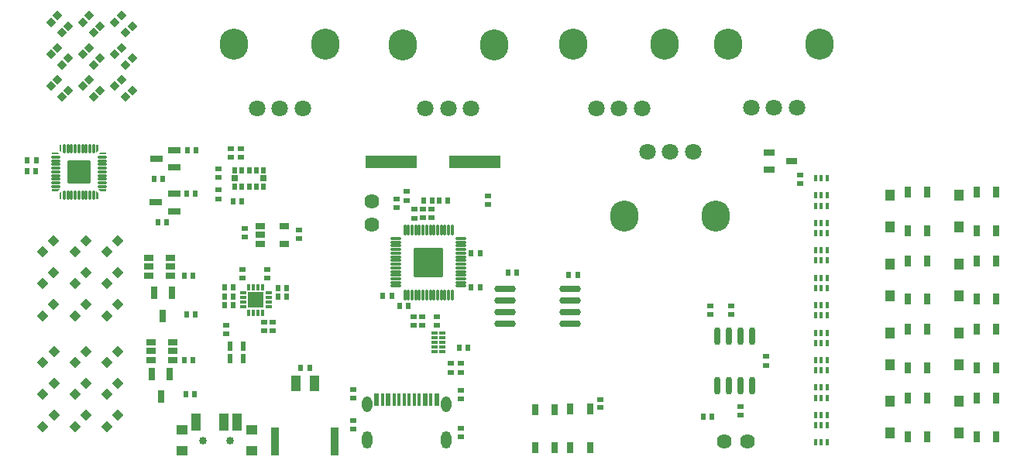
<source format=gbr>
%TF.GenerationSoftware,KiCad,Pcbnew,7.0.2-6a45011f42~172~ubuntu22.04.1*%
%TF.CreationDate,2023-05-01T16:59:55-07:00*%
%TF.ProjectId,hackathon-2022,6861636b-6174-4686-9f6e-2d323032322e,rev?*%
%TF.SameCoordinates,Original*%
%TF.FileFunction,Soldermask,Top*%
%TF.FilePolarity,Negative*%
%FSLAX46Y46*%
G04 Gerber Fmt 4.6, Leading zero omitted, Abs format (unit mm)*
G04 Created by KiCad (PCBNEW 7.0.2-6a45011f42~172~ubuntu22.04.1) date 2023-05-01 16:59:55*
%MOMM*%
%LPD*%
G01*
G04 APERTURE LIST*
G04 Aperture macros list*
%AMRoundRect*
0 Rectangle with rounded corners*
0 $1 Rounding radius*
0 $2 $3 $4 $5 $6 $7 $8 $9 X,Y pos of 4 corners*
0 Add a 4 corners polygon primitive as box body*
4,1,4,$2,$3,$4,$5,$6,$7,$8,$9,$2,$3,0*
0 Add four circle primitives for the rounded corners*
1,1,$1+$1,$2,$3*
1,1,$1+$1,$4,$5*
1,1,$1+$1,$6,$7*
1,1,$1+$1,$8,$9*
0 Add four rect primitives between the rounded corners*
20,1,$1+$1,$2,$3,$4,$5,0*
20,1,$1+$1,$4,$5,$6,$7,0*
20,1,$1+$1,$6,$7,$8,$9,0*
20,1,$1+$1,$8,$9,$2,$3,0*%
%AMRotRect*
0 Rectangle, with rotation*
0 The origin of the aperture is its center*
0 $1 length*
0 $2 width*
0 $3 Rotation angle, in degrees counterclockwise*
0 Add horizontal line*
21,1,$1,$2,0,0,$3*%
G04 Aperture macros list end*
%ADD10R,0.700000X0.480278*%
%ADD11R,1.102000X0.802000*%
%ADD12R,0.602000X0.752000*%
%ADD13R,0.652000X0.652000*%
%ADD14RotRect,0.902000X0.902000X315.000000*%
%ADD15R,0.802000X1.152000*%
%ADD16R,0.480278X0.700000*%
%ADD17R,1.172000X0.702000*%
%ADD18RotRect,0.760000X0.800000X135.000000*%
%ADD19R,1.102000X1.202000*%
%ADD20R,0.555278X0.700000*%
%ADD21R,0.422000X0.802000*%
%ADD22R,0.700000X0.517778*%
%ADD23R,5.602000X1.402000*%
%ADD24O,3.102000X3.402000*%
%ADD25C,1.802000*%
%ADD26R,0.767000X0.382000*%
%ADD27R,1.782000X1.782000*%
%ADD28R,0.382000X0.767000*%
%ADD29R,0.517778X0.700000*%
%ADD30R,1.352000X0.802000*%
%ADD31O,2.352000X0.732000*%
%ADD32C,1.620000*%
%ADD33RoundRect,0.051000X-0.100000X-0.450000X0.100000X-0.450000X0.100000X0.450000X-0.100000X0.450000X0*%
%ADD34RoundRect,0.051000X-0.450000X-0.100000X0.450000X-0.100000X0.450000X0.100000X-0.450000X0.100000X0*%
%ADD35RoundRect,0.051000X-1.225006X-1.225006X1.225006X-1.225006X1.225006X1.225006X-1.225006X1.225006X0*%
%ADD36R,0.802000X1.352000*%
%ADD37R,0.612132X1.050000*%
%ADD38R,0.700000X0.467778*%
%ADD39RoundRect,0.051000X0.550000X0.100000X-0.550000X0.100000X-0.550000X-0.100000X0.550000X-0.100000X0*%
%ADD40RoundRect,0.051000X-0.100000X0.550000X-0.100000X-0.550000X0.100000X-0.550000X0.100000X0.550000X0*%
%ADD41RoundRect,0.051000X-0.550000X-0.100000X0.550000X-0.100000X0.550000X0.100000X-0.550000X0.100000X0*%
%ADD42RoundRect,0.051000X0.100000X-0.550000X0.100000X0.550000X-0.100000X0.550000X-0.100000X-0.550000X0*%
%ADD43RoundRect,0.051000X1.550000X1.550000X-1.550000X1.550000X-1.550000X-1.550000X1.550000X-1.550000X0*%
%ADD44R,0.700000X0.555278*%
%ADD45O,1.102000X1.702000*%
%ADD46O,1.102000X1.902000*%
%ADD47R,0.450000X1.400000*%
%ADD48R,0.600000X1.400000*%
%ADD49O,0.732000X1.967000*%
%ADD50R,0.557778X0.700000*%
%ADD51R,0.467778X0.700000*%
%ADD52R,0.700000X0.472778*%
%ADD53R,0.782000X0.352000*%
%ADD54R,1.002000X1.802000*%
%ADD55R,0.902000X3.102000*%
%ADD56R,0.472778X0.700000*%
%ADD57R,0.700000X0.557778*%
%ADD58R,1.202000X1.032000*%
%ADD59R,1.002000X1.902000*%
%ADD60C,0.850000*%
%ADD61R,1.102000X0.702000*%
G04 APERTURE END LIST*
%TO.C,U6*%
G36*
X90315469Y-105758138D02*
G01*
X90115469Y-105758138D01*
X90115469Y-105108176D01*
X90315469Y-104908201D01*
X90315469Y-105758138D01*
G37*
G36*
X94315419Y-105108151D02*
G01*
X94315419Y-105758112D01*
X94115419Y-105758112D01*
X94115419Y-104908176D01*
X94315419Y-105108151D01*
G37*
G36*
X95201449Y-104872260D02*
G01*
X94551487Y-104872260D01*
X94351512Y-104672260D01*
X95201449Y-104672260D01*
X95201449Y-104872260D01*
G37*
G36*
X95201296Y-100872285D02*
G01*
X94351360Y-100872285D01*
X94551335Y-100672285D01*
X95201296Y-100672285D01*
X95201296Y-100872285D01*
G37*
G36*
X94315444Y-100436217D02*
G01*
X94115444Y-100636192D01*
X94115444Y-99786255D01*
X94315444Y-99786255D01*
X94315444Y-100436217D01*
G37*
G36*
X90315469Y-100636344D02*
G01*
X90115469Y-100436369D01*
X90115469Y-99786408D01*
X90315469Y-99786408D01*
X90315469Y-100636344D01*
G37*
G36*
X90079376Y-100872260D02*
G01*
X89229439Y-100872260D01*
X89229439Y-100672260D01*
X89879401Y-100672260D01*
X90079376Y-100872260D01*
G37*
G36*
X89879401Y-104872209D02*
G01*
X89229439Y-104872209D01*
X89229439Y-104672209D01*
X90079376Y-104672209D01*
X89879401Y-104872209D01*
G37*
%TD*%
D10*
%TO.C,R4*%
X108339169Y-120485222D03*
X108339169Y-119565500D03*
%TD*%
D11*
%TO.C,Q5*%
X99822695Y-112196955D03*
X102222695Y-112196955D03*
X99822695Y-113146955D03*
X99822695Y-114096955D03*
X102222695Y-113146955D03*
X102222695Y-114096955D03*
%TD*%
D12*
%TO.C,U8*%
X112412863Y-104371425D03*
X111612863Y-102620425D03*
X112412863Y-102620425D03*
X111612863Y-104371425D03*
D13*
X112412863Y-103495425D03*
D12*
X109212863Y-102620425D03*
X109212863Y-104371425D03*
D13*
X109212863Y-103495425D03*
D12*
X110812863Y-102620425D03*
X110812863Y-104371425D03*
X110012863Y-104371425D03*
X110012863Y-102620425D03*
%TD*%
D14*
%TO.C,LED17*%
X96481898Y-122405452D03*
X95278402Y-123608948D03*
%TD*%
%TO.C,LED28*%
X89464836Y-110308424D03*
X88261340Y-111511920D03*
%TD*%
D15*
%TO.C,SW4*%
X192470250Y-131707966D03*
X190321250Y-131707966D03*
X192470250Y-127507966D03*
X190321250Y-127507966D03*
%TD*%
D16*
%TO.C,R8*%
X108174512Y-116392923D03*
X109094234Y-116392923D03*
%TD*%
D17*
%TO.C,Q1*%
X167657952Y-100645161D03*
X167657952Y-102544161D03*
X170127952Y-101594161D03*
%TD*%
D14*
%TO.C,LED12*%
X92981898Y-129405452D03*
X91778402Y-130608948D03*
%TD*%
%TO.C,LED23*%
X96464836Y-113808424D03*
X95261340Y-115011920D03*
%TD*%
D18*
%TO.C,LED36*%
X97329543Y-91086392D03*
X96155746Y-89912595D03*
X96862853Y-89205488D03*
X98036650Y-90379286D03*
%TD*%
D19*
%TO.C,D11*%
X180908250Y-108841466D03*
X180908250Y-105371466D03*
%TD*%
D20*
%TO.C,C7*%
X146740934Y-114051061D03*
X145746212Y-114051061D03*
%TD*%
D21*
%TO.C,LED5*%
X173987828Y-115479456D03*
X173357828Y-117359456D03*
X172727828Y-115479456D03*
X173987828Y-117359456D03*
X172727828Y-117359456D03*
X173357828Y-115479456D03*
%TD*%
D16*
%TO.C,R35*%
X104930990Y-105186422D03*
X104011268Y-105186422D03*
%TD*%
%TO.C,R23*%
X103776342Y-123330120D03*
X104696064Y-123330120D03*
%TD*%
D22*
%TO.C,C27*%
X107500780Y-105711960D03*
X107500780Y-104754738D03*
%TD*%
%TO.C,C1*%
X133931997Y-130805095D03*
X133931997Y-131762317D03*
%TD*%
D16*
%TO.C,R5*%
X108176177Y-117336240D03*
X109095899Y-117336240D03*
%TD*%
D18*
%TO.C,LED31*%
X90329543Y-87586392D03*
X89155746Y-86412595D03*
X89862853Y-85705488D03*
X91036650Y-86879286D03*
%TD*%
D22*
%TO.C,C5*%
X110302048Y-108956506D03*
X110302048Y-109913728D03*
%TD*%
D23*
%TO.C,X1*%
X126350573Y-101731061D03*
X135456573Y-101731061D03*
%TD*%
D15*
%TO.C,SW7*%
X192470250Y-109207966D03*
X190321250Y-109207966D03*
X192470250Y-105007966D03*
X190321250Y-105007966D03*
%TD*%
D24*
%TO.C,R29*%
X173200513Y-88799691D03*
X163200513Y-88799691D03*
D25*
X165700513Y-95799691D03*
X168200513Y-95799691D03*
X170700513Y-95799691D03*
%TD*%
D16*
%TO.C,R9*%
X108179377Y-115443396D03*
X109099099Y-115443396D03*
%TD*%
%TO.C,R24*%
X104001933Y-118326256D03*
X104921655Y-118326256D03*
%TD*%
D19*
%TO.C,D6*%
X188408250Y-112871466D03*
X188408250Y-116341466D03*
%TD*%
D26*
%TO.C,U1*%
X110143876Y-116019684D03*
X110143876Y-117019684D03*
X110143876Y-117520684D03*
D27*
X111550876Y-116769684D03*
D28*
X111800876Y-118177684D03*
X111300876Y-118177684D03*
X110800876Y-118177684D03*
X112300876Y-118177684D03*
D26*
X110143876Y-116520684D03*
X112957876Y-117019684D03*
X112957876Y-116019684D03*
X112957876Y-117520684D03*
D28*
X111300876Y-115362684D03*
X111800876Y-115362684D03*
X110800876Y-115362684D03*
X112300876Y-115362684D03*
D26*
X112957876Y-116520684D03*
%TD*%
D21*
%TO.C,LED1*%
X173987828Y-103479456D03*
X173357828Y-105359456D03*
X172727828Y-103479456D03*
X173987828Y-105359456D03*
X172727828Y-105359456D03*
X173357828Y-103479456D03*
%TD*%
D14*
%TO.C,LED19*%
X89481898Y-122405452D03*
X88278402Y-123608948D03*
%TD*%
D29*
%TO.C,C18*%
X125428562Y-116367861D03*
X126385784Y-116367861D03*
%TD*%
D21*
%TO.C,LED8*%
X173987828Y-124479456D03*
X173357828Y-126359456D03*
X172727828Y-124479456D03*
X173987828Y-126359456D03*
X172727828Y-126359456D03*
X173357828Y-124479456D03*
%TD*%
D30*
%TO.C,Q7*%
X100653568Y-101348533D03*
X102653568Y-100398533D03*
X102653568Y-102297533D03*
%TD*%
D14*
%TO.C,LED14*%
X96481898Y-125905452D03*
X95278402Y-127108948D03*
%TD*%
%TO.C,LED25*%
X89464836Y-113808424D03*
X88261340Y-115011920D03*
%TD*%
D18*
%TO.C,LED37*%
X97329543Y-87586392D03*
X96155746Y-86412595D03*
X96862853Y-85705488D03*
X98036650Y-86879286D03*
%TD*%
D16*
%TO.C,R14*%
X140023434Y-113801061D03*
X139103712Y-113801061D03*
%TD*%
D22*
%TO.C,C10*%
X136944043Y-106375535D03*
X136944043Y-105418313D03*
%TD*%
%TO.C,C14*%
X126975412Y-106675279D03*
X126975412Y-105718057D03*
%TD*%
D16*
%TO.C,R36*%
X101780969Y-108290658D03*
X100861247Y-108290658D03*
%TD*%
D14*
%TO.C,LED20*%
X96464836Y-117308424D03*
X95261340Y-118511920D03*
%TD*%
D15*
%TO.C,SW10*%
X184970250Y-116707966D03*
X182821250Y-116707966D03*
X184970250Y-112507966D03*
X182821250Y-112507966D03*
%TD*%
D31*
%TO.C,U4*%
X138803073Y-115576061D03*
X145864073Y-115576061D03*
X145864073Y-119386061D03*
X138803073Y-119386061D03*
X138803073Y-116846061D03*
X138803073Y-118116061D03*
X145864073Y-118116061D03*
X145864073Y-116846061D03*
%TD*%
D16*
%TO.C,R25*%
X103726922Y-114125173D03*
X104646644Y-114125173D03*
%TD*%
D18*
%TO.C,LED32*%
X93829543Y-94586392D03*
X92655746Y-93412595D03*
X93362853Y-92705488D03*
X94536650Y-93879286D03*
%TD*%
D19*
%TO.C,D9*%
X180908250Y-120371466D03*
X180908250Y-123841466D03*
%TD*%
D22*
%TO.C,C6*%
X116277722Y-109127744D03*
X116277722Y-110084966D03*
%TD*%
D32*
%TO.C,J2*%
X124231509Y-106043566D03*
X124231509Y-108583566D03*
%TD*%
D33*
%TO.C,U6*%
X90615495Y-105308201D03*
X91015546Y-105308201D03*
X91415342Y-105308201D03*
X91815393Y-105308201D03*
X92215444Y-105308201D03*
X92615495Y-105308201D03*
X93015546Y-105308201D03*
X93415342Y-105308201D03*
X93815393Y-105308201D03*
D34*
X94751385Y-104372209D03*
X94751385Y-103972158D03*
X94751385Y-103572108D03*
X94751385Y-103172057D03*
X94751385Y-102772260D03*
X94751385Y-102372209D03*
X94751385Y-101972158D03*
X94751385Y-101572108D03*
X94751385Y-101172057D03*
D33*
X93815393Y-100236065D03*
X93415342Y-100236065D03*
X93015546Y-100236065D03*
X92615495Y-100236065D03*
X92215444Y-100236065D03*
X91815393Y-100236065D03*
X91415342Y-100236065D03*
X91015546Y-100236065D03*
X90615495Y-100236065D03*
D34*
X89679503Y-101172057D03*
X89679503Y-101572108D03*
X89679503Y-101972158D03*
X89679503Y-102372209D03*
X89679503Y-102772260D03*
X89679503Y-103172057D03*
X89679503Y-103572108D03*
X89679503Y-103972158D03*
X89679503Y-104372209D03*
D35*
X92215444Y-102772260D03*
%TD*%
D36*
%TO.C,Q2*%
X101155244Y-127352241D03*
X102105244Y-124853241D03*
X100205244Y-124853241D03*
%TD*%
D24*
%TO.C,R27*%
X151843123Y-107595783D03*
X161843123Y-107595783D03*
D25*
X159343123Y-100595783D03*
X156843123Y-100595783D03*
X154343123Y-100595783D03*
%TD*%
D29*
%TO.C,C16*%
X136042184Y-111661061D03*
X135084962Y-111661061D03*
%TD*%
D21*
%TO.C,LED4*%
X173987828Y-112479456D03*
X173357828Y-114359456D03*
X172727828Y-112479456D03*
X173987828Y-114359456D03*
X172727828Y-114359456D03*
X173357828Y-112479456D03*
%TD*%
D16*
%TO.C,R20*%
X105033319Y-100412562D03*
X104113597Y-100412562D03*
%TD*%
D22*
%TO.C,C23*%
X164503060Y-128430460D03*
X164503060Y-129387682D03*
%TD*%
D37*
%TO.C,D2*%
X108749329Y-121825874D03*
X110187197Y-121825874D03*
%TD*%
D15*
%TO.C,SW5*%
X192470250Y-124207966D03*
X190321250Y-124207966D03*
X192470250Y-120007966D03*
X190321250Y-120007966D03*
%TD*%
D10*
%TO.C,R1*%
X122226778Y-127518782D03*
X122226778Y-126599060D03*
%TD*%
D38*
%TO.C,R10*%
X113414309Y-120115196D03*
X113414309Y-119207974D03*
%TD*%
D39*
%TO.C,U3*%
X133973738Y-115271137D03*
X133973738Y-114871086D03*
X133973738Y-114471036D03*
X133973738Y-114070985D03*
X133973738Y-113671188D03*
X133973738Y-113271137D03*
X133973738Y-112871086D03*
X133973738Y-112471036D03*
X133973738Y-112070985D03*
X133973738Y-111671188D03*
X133973738Y-111271137D03*
X133973738Y-110871086D03*
X133973738Y-110471036D03*
X133973738Y-110070985D03*
D40*
X133023522Y-109121023D03*
X132623725Y-109121023D03*
X132223675Y-109121023D03*
X131823624Y-109121023D03*
X131423573Y-109121023D03*
X131023522Y-109121023D03*
X130623725Y-109121023D03*
X130223675Y-109121023D03*
X129823624Y-109121023D03*
X129423573Y-109121023D03*
X129023522Y-109121023D03*
X128623725Y-109121023D03*
X128223675Y-109121023D03*
X127823624Y-109121023D03*
D41*
X126873408Y-110070985D03*
X126873408Y-110471036D03*
X126873408Y-110871086D03*
X126873408Y-111271137D03*
X126873408Y-111671188D03*
X126873408Y-112070985D03*
X126873408Y-112471036D03*
X126873408Y-112871086D03*
X126873408Y-113271137D03*
X126873408Y-113671188D03*
X126873408Y-114070985D03*
X126873408Y-114471036D03*
X126873408Y-114871086D03*
X126873408Y-115271137D03*
D42*
X127823624Y-116221099D03*
X128223675Y-116221099D03*
X128623725Y-116221099D03*
X129023522Y-116221099D03*
X129423573Y-116221099D03*
X129823624Y-116221099D03*
X130223675Y-116221099D03*
X130623725Y-116221099D03*
X131023522Y-116221099D03*
X131423573Y-116221099D03*
X131823624Y-116221099D03*
X132223675Y-116221099D03*
X132623725Y-116221099D03*
X133023522Y-116221099D03*
D43*
X130423573Y-112671188D03*
%TD*%
D10*
%TO.C,R12*%
X128803573Y-118651100D03*
X128803573Y-119570822D03*
%TD*%
D14*
%TO.C,LED16*%
X89481898Y-125905452D03*
X88278402Y-127108948D03*
%TD*%
%TO.C,LED27*%
X92964836Y-110308424D03*
X91761340Y-111511920D03*
%TD*%
D19*
%TO.C,D4*%
X188408250Y-127871466D03*
X188408250Y-131341466D03*
%TD*%
D24*
%TO.C,R31*%
X156243714Y-88817671D03*
X146243714Y-88817671D03*
D25*
X148743714Y-95817671D03*
X151243714Y-95817671D03*
X153743714Y-95817671D03*
%TD*%
D22*
%TO.C,C11*%
X128016000Y-105888611D03*
X128016000Y-104931389D03*
%TD*%
D29*
%TO.C,C15*%
X135084962Y-115381061D03*
X136042184Y-115381061D03*
%TD*%
D14*
%TO.C,LED11*%
X96481898Y-129405452D03*
X95278402Y-130608948D03*
%TD*%
%TO.C,LED22*%
X89464836Y-117308424D03*
X88261340Y-118511920D03*
%TD*%
D22*
%TO.C,C19*%
X129833573Y-106852450D03*
X129833573Y-107809672D03*
%TD*%
D18*
%TO.C,LED33*%
X93829543Y-91086392D03*
X92655746Y-89912595D03*
X93362853Y-89205488D03*
X94536650Y-90379286D03*
%TD*%
D44*
%TO.C,C26*%
X167305101Y-122930681D03*
X167305101Y-123925403D03*
%TD*%
D15*
%TO.C,SW3*%
X142072926Y-128768421D03*
X144221926Y-128768421D03*
X142072926Y-132968421D03*
X144221926Y-132968421D03*
%TD*%
D21*
%TO.C,LED7*%
X173987828Y-121479456D03*
X173357828Y-123359456D03*
X172727828Y-121479456D03*
X173987828Y-123359456D03*
X172727828Y-123359456D03*
X173357828Y-121479456D03*
%TD*%
D15*
%TO.C,SW8*%
X184970250Y-131707966D03*
X182821250Y-131707966D03*
X184970250Y-127507966D03*
X182821250Y-127507966D03*
%TD*%
D45*
%TO.C,USB1*%
X132375552Y-128164680D03*
X123725552Y-128164680D03*
D46*
X132375552Y-132104680D03*
X123725552Y-132104680D03*
D47*
X129425552Y-127692680D03*
X126675552Y-127692680D03*
X128875552Y-127692680D03*
D48*
X124770552Y-127692680D03*
X131330552Y-127692680D03*
D47*
X130700552Y-127692680D03*
X127225552Y-127692680D03*
D48*
X130060552Y-127692680D03*
X126040552Y-127692680D03*
D47*
X127775552Y-127692680D03*
X128325552Y-127692680D03*
X125400552Y-127692680D03*
%TD*%
D38*
%TO.C,R17*%
X130743573Y-107774672D03*
X130743573Y-106867450D03*
%TD*%
D16*
%TO.C,R21*%
X101369276Y-103531156D03*
X100449554Y-103531156D03*
%TD*%
D36*
%TO.C,Q4*%
X100440662Y-116039267D03*
X102340662Y-116039267D03*
X101390662Y-118538267D03*
%TD*%
D19*
%TO.C,D7*%
X188408250Y-105371466D03*
X188408250Y-108841466D03*
%TD*%
D49*
%TO.C,U7*%
X164487590Y-120763977D03*
X163217590Y-120763977D03*
X163217590Y-126128977D03*
X164487590Y-126128977D03*
X161947590Y-126128977D03*
X161947590Y-120763977D03*
X165757590Y-126128977D03*
X165757590Y-120763977D03*
%TD*%
D22*
%TO.C,C24*%
X163513181Y-118384569D03*
X163513181Y-117427347D03*
%TD*%
D10*
%TO.C,R2*%
X133938221Y-127588135D03*
X133938221Y-126668413D03*
%TD*%
D50*
%TO.C,C3*%
X113954553Y-116423966D03*
X114951775Y-116423966D03*
%TD*%
D16*
%TO.C,R11*%
X114918417Y-115478618D03*
X113998695Y-115478618D03*
%TD*%
D10*
%TO.C,R13*%
X129703573Y-118651200D03*
X129703573Y-119570922D03*
%TD*%
D22*
%TO.C,C8*%
X132870166Y-124684611D03*
X132870166Y-123727389D03*
%TD*%
%TO.C,C21*%
X131318000Y-119589572D03*
X131318000Y-118632350D03*
%TD*%
D14*
%TO.C,LED18*%
X92981898Y-122405452D03*
X91778402Y-123608948D03*
%TD*%
D29*
%TO.C,C12*%
X129864962Y-105911061D03*
X130822184Y-105911061D03*
%TD*%
D21*
%TO.C,LED3*%
X173987828Y-109479456D03*
X173357828Y-111359456D03*
X172727828Y-109479456D03*
X173987828Y-111359456D03*
X172727828Y-111359456D03*
X173357828Y-109479456D03*
%TD*%
D14*
%TO.C,LED13*%
X89481898Y-129405452D03*
X88278402Y-130608948D03*
%TD*%
%TO.C,LED24*%
X92964836Y-113808424D03*
X91761340Y-115011920D03*
%TD*%
D15*
%TO.C,SW11*%
X184970250Y-109207966D03*
X182821250Y-109207966D03*
X184970250Y-105007966D03*
X182821250Y-105007966D03*
%TD*%
D10*
%TO.C,R6*%
X110054722Y-114372230D03*
X110054722Y-113452508D03*
%TD*%
D21*
%TO.C,LED10*%
X173987828Y-130479456D03*
X173357828Y-132359456D03*
X172727828Y-130479456D03*
X173987828Y-132359456D03*
X172727828Y-132359456D03*
X173357828Y-130479456D03*
%TD*%
D18*
%TO.C,LED34*%
X93829543Y-87586392D03*
X92655746Y-86412595D03*
X93362853Y-85705488D03*
X94536650Y-86879286D03*
%TD*%
D19*
%TO.C,D10*%
X180908250Y-112871466D03*
X180908250Y-116341466D03*
%TD*%
D15*
%TO.C,SW2*%
X145923651Y-128724227D03*
X148072651Y-128724227D03*
X145923651Y-132924227D03*
X148072651Y-132924227D03*
%TD*%
D51*
%TO.C,R16*%
X134736530Y-122047730D03*
X133829308Y-122047730D03*
%TD*%
D16*
%TO.C,R26*%
X161406104Y-129575635D03*
X160486382Y-129575635D03*
%TD*%
D24*
%TO.C,R28*%
X119170450Y-88837487D03*
X109170450Y-88837487D03*
D25*
X111670450Y-95837487D03*
X114170450Y-95837487D03*
X116670450Y-95837487D03*
%TD*%
D52*
%TO.C,R32*%
X109904267Y-101172508D03*
X109904267Y-100260286D03*
%TD*%
D29*
%TO.C,C20*%
X127233562Y-117471061D03*
X128190784Y-117471061D03*
%TD*%
D18*
%TO.C,LED29*%
X90329543Y-94586392D03*
X89155746Y-93412595D03*
X89862853Y-92705488D03*
X91036650Y-93879286D03*
%TD*%
D32*
%TO.C,J3*%
X162737522Y-132263141D03*
X165277522Y-132263141D03*
%TD*%
D38*
%TO.C,R18*%
X171029726Y-104077368D03*
X171029726Y-103170146D03*
%TD*%
D11*
%TO.C,Q3*%
X100063021Y-121422752D03*
X102463021Y-121422752D03*
X100063021Y-122372752D03*
X100063021Y-123322752D03*
X102463021Y-122372752D03*
X102463021Y-123322752D03*
%TD*%
D15*
%TO.C,SW6*%
X192470250Y-116707966D03*
X190321250Y-116707966D03*
X192470250Y-112507966D03*
X190321250Y-112507966D03*
%TD*%
D22*
%TO.C,C25*%
X161225376Y-118395721D03*
X161225376Y-117438499D03*
%TD*%
D37*
%TO.C,D1*%
X108749101Y-123178150D03*
X110186969Y-123178150D03*
%TD*%
D53*
%TO.C,D3*%
X131064000Y-120428000D03*
X131933000Y-122428000D03*
X131064000Y-122428000D03*
X131933000Y-121928000D03*
X131933000Y-120928000D03*
X131064000Y-120928000D03*
X131933000Y-121428000D03*
X131064000Y-121428000D03*
X131933000Y-120428000D03*
X131064000Y-121928000D03*
%TD*%
D21*
%TO.C,LED6*%
X173987828Y-118479456D03*
X173357828Y-120359456D03*
X172727828Y-118479456D03*
X173987828Y-120359456D03*
X172727828Y-120359456D03*
X173357828Y-118479456D03*
%TD*%
D16*
%TO.C,R19*%
X87481867Y-102689458D03*
X86562145Y-102689458D03*
%TD*%
D19*
%TO.C,D5*%
X188408250Y-120371466D03*
X188408250Y-123841466D03*
%TD*%
D52*
%TO.C,R34*%
X108840740Y-101188953D03*
X108840740Y-100276731D03*
%TD*%
D54*
%TO.C,CN1*%
X115925777Y-125929015D03*
D55*
X113675777Y-132279015D03*
X120175777Y-132279015D03*
D54*
X117925777Y-125929015D03*
%TD*%
D29*
%TO.C,C13*%
X132522184Y-105901061D03*
X131564962Y-105901061D03*
%TD*%
D14*
%TO.C,LED15*%
X92981898Y-125905452D03*
X91778402Y-127108948D03*
%TD*%
%TO.C,LED26*%
X96464836Y-110308424D03*
X95261340Y-111511920D03*
%TD*%
D56*
%TO.C,R33*%
X109082267Y-106043432D03*
X109994489Y-106043432D03*
%TD*%
D10*
%TO.C,R7*%
X112810847Y-113467920D03*
X112810847Y-114387642D03*
%TD*%
D22*
%TO.C,C17*%
X128843573Y-106873850D03*
X128843573Y-107831072D03*
%TD*%
D14*
%TO.C,LED21*%
X92964836Y-117308424D03*
X91761340Y-118511920D03*
%TD*%
D18*
%TO.C,LED35*%
X97329543Y-94586392D03*
X96155746Y-93412595D03*
X96862853Y-92705488D03*
X98036650Y-93879286D03*
%TD*%
D24*
%TO.C,R30*%
X137591666Y-88868877D03*
X127591666Y-88868877D03*
D25*
X130091666Y-95868877D03*
X132591666Y-95868877D03*
X135091666Y-95868877D03*
%TD*%
D57*
%TO.C,C2*%
X112493804Y-120169789D03*
X112493804Y-119172567D03*
%TD*%
D38*
%TO.C,R15*%
X149170467Y-127639794D03*
X149170467Y-128547016D03*
%TD*%
D22*
%TO.C,C9*%
X133933625Y-124682236D03*
X133933625Y-123725014D03*
%TD*%
D15*
%TO.C,SW9*%
X184970250Y-124207966D03*
X182821250Y-124207966D03*
X184970250Y-120007966D03*
X182821250Y-120007966D03*
%TD*%
D44*
%TO.C,C28*%
X107500182Y-102416773D03*
X107500182Y-103411495D03*
%TD*%
D10*
%TO.C,R3*%
X122233407Y-129969586D03*
X122233407Y-130889308D03*
%TD*%
D58*
%TO.C,SW1*%
X103467152Y-133281060D03*
X111067152Y-131011060D03*
X111067152Y-133281060D03*
D59*
X109517152Y-130114060D03*
D58*
X103467152Y-131011060D03*
D59*
X108017152Y-130114060D03*
X105017152Y-130114060D03*
D60*
X108767152Y-132145060D03*
X105767152Y-132145060D03*
%TD*%
D21*
%TO.C,LED2*%
X173987828Y-106479456D03*
X173357828Y-108359456D03*
X172727828Y-106479456D03*
X173987828Y-108359456D03*
X172727828Y-108359456D03*
X173357828Y-106479456D03*
%TD*%
D18*
%TO.C,LED30*%
X90329543Y-91086392D03*
X89155746Y-89912595D03*
X89862853Y-89205488D03*
X91036650Y-90379286D03*
%TD*%
D19*
%TO.C,D8*%
X180908250Y-127871466D03*
X180908250Y-131341466D03*
%TD*%
D50*
%TO.C,C4*%
X116459488Y-124216213D03*
X117456710Y-124216213D03*
%TD*%
D61*
%TO.C,U2*%
X112028331Y-109689775D03*
X112028331Y-108739775D03*
X114628331Y-108739775D03*
X114628331Y-110639775D03*
X112028331Y-110639775D03*
%TD*%
D21*
%TO.C,LED9*%
X173987828Y-127479456D03*
X173357828Y-129359456D03*
X172727828Y-127479456D03*
X173987828Y-129359456D03*
X172727828Y-129359456D03*
X173357828Y-127479456D03*
%TD*%
D20*
%TO.C,C22*%
X87523618Y-101504462D03*
X86528896Y-101504462D03*
%TD*%
D30*
%TO.C,Q6*%
X100613259Y-106125999D03*
X102613259Y-105175999D03*
X102613259Y-107074999D03*
%TD*%
D16*
%TO.C,R22*%
X103910295Y-127097830D03*
X104830017Y-127097830D03*
%TD*%
M02*

</source>
